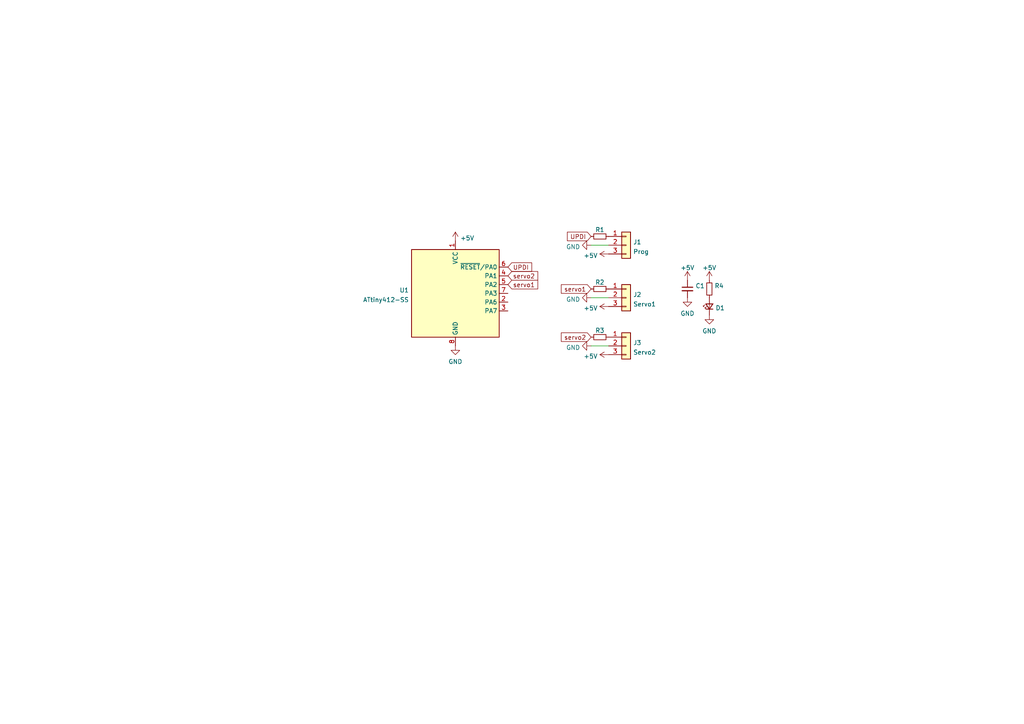
<source format=kicad_sch>
(kicad_sch (version 20210621) (generator eeschema)

  (uuid 6448e774-6f8c-4ce3-9d55-0aa29c440d33)

  (paper "A4")

  (lib_symbols
    (symbol "Connector_Generic:Conn_01x03" (pin_names (offset 1.016) hide) (in_bom yes) (on_board yes)
      (property "Reference" "J" (id 0) (at 0 5.08 0)
        (effects (font (size 1.27 1.27)))
      )
      (property "Value" "Conn_01x03" (id 1) (at 0 -5.08 0)
        (effects (font (size 1.27 1.27)))
      )
      (property "Footprint" "" (id 2) (at 0 0 0)
        (effects (font (size 1.27 1.27)) hide)
      )
      (property "Datasheet" "~" (id 3) (at 0 0 0)
        (effects (font (size 1.27 1.27)) hide)
      )
      (property "ki_keywords" "connector" (id 4) (at 0 0 0)
        (effects (font (size 1.27 1.27)) hide)
      )
      (property "ki_description" "Generic connector, single row, 01x03, script generated (kicad-library-utils/schlib/autogen/connector/)" (id 5) (at 0 0 0)
        (effects (font (size 1.27 1.27)) hide)
      )
      (property "ki_fp_filters" "Connector*:*_1x??_*" (id 6) (at 0 0 0)
        (effects (font (size 1.27 1.27)) hide)
      )
      (symbol "Conn_01x03_1_1"
        (rectangle (start -1.27 -2.413) (end 0 -2.667)
          (stroke (width 0.1524) (type default) (color 0 0 0 0))
          (fill (type none))
        )
        (rectangle (start -1.27 0.127) (end 0 -0.127)
          (stroke (width 0.1524) (type default) (color 0 0 0 0))
          (fill (type none))
        )
        (rectangle (start -1.27 2.667) (end 0 2.413)
          (stroke (width 0.1524) (type default) (color 0 0 0 0))
          (fill (type none))
        )
        (rectangle (start -1.27 3.81) (end 1.27 -3.81)
          (stroke (width 0.254) (type default) (color 0 0 0 0))
          (fill (type background))
        )
        (pin passive line (at -5.08 2.54 0) (length 3.81)
          (name "Pin_1" (effects (font (size 1.27 1.27))))
          (number "1" (effects (font (size 1.27 1.27))))
        )
        (pin passive line (at -5.08 0 0) (length 3.81)
          (name "Pin_2" (effects (font (size 1.27 1.27))))
          (number "2" (effects (font (size 1.27 1.27))))
        )
        (pin passive line (at -5.08 -2.54 0) (length 3.81)
          (name "Pin_3" (effects (font (size 1.27 1.27))))
          (number "3" (effects (font (size 1.27 1.27))))
        )
      )
    )
    (symbol "Device:C_Small" (pin_numbers hide) (pin_names (offset 0.254) hide) (in_bom yes) (on_board yes)
      (property "Reference" "C" (id 0) (at 0.254 1.778 0)
        (effects (font (size 1.27 1.27)) (justify left))
      )
      (property "Value" "C_Small" (id 1) (at 0.254 -2.032 0)
        (effects (font (size 1.27 1.27)) (justify left))
      )
      (property "Footprint" "" (id 2) (at 0 0 0)
        (effects (font (size 1.27 1.27)) hide)
      )
      (property "Datasheet" "~" (id 3) (at 0 0 0)
        (effects (font (size 1.27 1.27)) hide)
      )
      (property "ki_keywords" "capacitor cap" (id 4) (at 0 0 0)
        (effects (font (size 1.27 1.27)) hide)
      )
      (property "ki_description" "Unpolarized capacitor, small symbol" (id 5) (at 0 0 0)
        (effects (font (size 1.27 1.27)) hide)
      )
      (property "ki_fp_filters" "C_*" (id 6) (at 0 0 0)
        (effects (font (size 1.27 1.27)) hide)
      )
      (symbol "C_Small_0_1"
        (polyline
          (pts
            (xy -1.524 -0.508)
            (xy 1.524 -0.508)
          )
          (stroke (width 0.3302) (type default) (color 0 0 0 0))
          (fill (type none))
        )
        (polyline
          (pts
            (xy -1.524 0.508)
            (xy 1.524 0.508)
          )
          (stroke (width 0.3048) (type default) (color 0 0 0 0))
          (fill (type none))
        )
      )
      (symbol "C_Small_1_1"
        (pin passive line (at 0 2.54 270) (length 2.032)
          (name "~" (effects (font (size 1.27 1.27))))
          (number "1" (effects (font (size 1.27 1.27))))
        )
        (pin passive line (at 0 -2.54 90) (length 2.032)
          (name "~" (effects (font (size 1.27 1.27))))
          (number "2" (effects (font (size 1.27 1.27))))
        )
      )
    )
    (symbol "Device:LED_Small" (pin_numbers hide) (pin_names (offset 0.254) hide) (in_bom yes) (on_board yes)
      (property "Reference" "D" (id 0) (at -1.27 3.175 0)
        (effects (font (size 1.27 1.27)) (justify left))
      )
      (property "Value" "LED_Small" (id 1) (at -4.445 -2.54 0)
        (effects (font (size 1.27 1.27)) (justify left))
      )
      (property "Footprint" "" (id 2) (at 0 0 90)
        (effects (font (size 1.27 1.27)) hide)
      )
      (property "Datasheet" "~" (id 3) (at 0 0 90)
        (effects (font (size 1.27 1.27)) hide)
      )
      (property "ki_keywords" "LED diode light-emitting-diode" (id 4) (at 0 0 0)
        (effects (font (size 1.27 1.27)) hide)
      )
      (property "ki_description" "Light emitting diode, small symbol" (id 5) (at 0 0 0)
        (effects (font (size 1.27 1.27)) hide)
      )
      (property "ki_fp_filters" "LED* LED_SMD:* LED_THT:*" (id 6) (at 0 0 0)
        (effects (font (size 1.27 1.27)) hide)
      )
      (symbol "LED_Small_0_1"
        (polyline
          (pts
            (xy -0.762 -1.016)
            (xy -0.762 1.016)
          )
          (stroke (width 0.254) (type default) (color 0 0 0 0))
          (fill (type none))
        )
        (polyline
          (pts
            (xy 1.016 0)
            (xy -0.762 0)
          )
          (stroke (width 0) (type default) (color 0 0 0 0))
          (fill (type none))
        )
        (polyline
          (pts
            (xy 0.762 -1.016)
            (xy -0.762 0)
            (xy 0.762 1.016)
            (xy 0.762 -1.016)
          )
          (stroke (width 0.254) (type default) (color 0 0 0 0))
          (fill (type none))
        )
        (polyline
          (pts
            (xy 0 0.762)
            (xy -0.508 1.27)
            (xy -0.254 1.27)
            (xy -0.508 1.27)
            (xy -0.508 1.016)
          )
          (stroke (width 0) (type default) (color 0 0 0 0))
          (fill (type none))
        )
        (polyline
          (pts
            (xy 0.508 1.27)
            (xy 0 1.778)
            (xy 0.254 1.778)
            (xy 0 1.778)
            (xy 0 1.524)
          )
          (stroke (width 0) (type default) (color 0 0 0 0))
          (fill (type none))
        )
      )
      (symbol "LED_Small_1_1"
        (pin passive line (at -2.54 0 0) (length 1.778)
          (name "K" (effects (font (size 1.27 1.27))))
          (number "1" (effects (font (size 1.27 1.27))))
        )
        (pin passive line (at 2.54 0 180) (length 1.778)
          (name "A" (effects (font (size 1.27 1.27))))
          (number "2" (effects (font (size 1.27 1.27))))
        )
      )
    )
    (symbol "Device:R_Small" (pin_numbers hide) (pin_names (offset 0.254) hide) (in_bom yes) (on_board yes)
      (property "Reference" "R" (id 0) (at 0.762 0.508 0)
        (effects (font (size 1.27 1.27)) (justify left))
      )
      (property "Value" "R_Small" (id 1) (at 0.762 -1.016 0)
        (effects (font (size 1.27 1.27)) (justify left))
      )
      (property "Footprint" "" (id 2) (at 0 0 0)
        (effects (font (size 1.27 1.27)) hide)
      )
      (property "Datasheet" "~" (id 3) (at 0 0 0)
        (effects (font (size 1.27 1.27)) hide)
      )
      (property "ki_keywords" "R resistor" (id 4) (at 0 0 0)
        (effects (font (size 1.27 1.27)) hide)
      )
      (property "ki_description" "Resistor, small symbol" (id 5) (at 0 0 0)
        (effects (font (size 1.27 1.27)) hide)
      )
      (property "ki_fp_filters" "R_*" (id 6) (at 0 0 0)
        (effects (font (size 1.27 1.27)) hide)
      )
      (symbol "R_Small_0_1"
        (rectangle (start -0.762 1.778) (end 0.762 -1.778)
          (stroke (width 0.2032) (type default) (color 0 0 0 0))
          (fill (type none))
        )
      )
      (symbol "R_Small_1_1"
        (pin passive line (at 0 2.54 270) (length 0.762)
          (name "~" (effects (font (size 1.27 1.27))))
          (number "1" (effects (font (size 1.27 1.27))))
        )
        (pin passive line (at 0 -2.54 90) (length 0.762)
          (name "~" (effects (font (size 1.27 1.27))))
          (number "2" (effects (font (size 1.27 1.27))))
        )
      )
    )
    (symbol "MCU_Microchip_ATtiny:ATtiny412-SS" (in_bom yes) (on_board yes)
      (property "Reference" "U" (id 0) (at -12.7 13.97 0)
        (effects (font (size 1.27 1.27)) (justify left bottom))
      )
      (property "Value" "ATtiny412-SS" (id 1) (at 2.54 -13.97 0)
        (effects (font (size 1.27 1.27)) (justify left top))
      )
      (property "Footprint" "Package_SO:SOIC-8_3.9x4.9mm_P1.27mm" (id 2) (at 0 0 0)
        (effects (font (size 1.27 1.27) italic) hide)
      )
      (property "Datasheet" "http://ww1.microchip.com/downloads/en/DeviceDoc/40001911A.pdf" (id 3) (at 0 0 0)
        (effects (font (size 1.27 1.27)) hide)
      )
      (property "ki_keywords" "AVR 8bit Microcontroller tinyAVR" (id 4) (at 0 0 0)
        (effects (font (size 1.27 1.27)) hide)
      )
      (property "ki_description" "20MHz, 4kB Flash, 256B SRAM, 128B EEPROM, SOIC-8" (id 5) (at 0 0 0)
        (effects (font (size 1.27 1.27)) hide)
      )
      (property "ki_fp_filters" "SOIC*3.9x4.9mm*P1.27mm*" (id 6) (at 0 0 0)
        (effects (font (size 1.27 1.27)) hide)
      )
      (symbol "ATtiny412-SS_0_1"
        (rectangle (start -12.7 -12.7) (end 12.7 12.7)
          (stroke (width 0.254) (type default) (color 0 0 0 0))
          (fill (type background))
        )
      )
      (symbol "ATtiny412-SS_1_1"
        (pin power_in line (at 0 15.24 270) (length 2.54)
          (name "VCC" (effects (font (size 1.27 1.27))))
          (number "1" (effects (font (size 1.27 1.27))))
        )
        (pin bidirectional line (at 15.24 -2.54 180) (length 2.54)
          (name "PA6" (effects (font (size 1.27 1.27))))
          (number "2" (effects (font (size 1.27 1.27))))
        )
        (pin bidirectional line (at 15.24 -5.08 180) (length 2.54)
          (name "PA7" (effects (font (size 1.27 1.27))))
          (number "3" (effects (font (size 1.27 1.27))))
        )
        (pin bidirectional line (at 15.24 5.08 180) (length 2.54)
          (name "PA1" (effects (font (size 1.27 1.27))))
          (number "4" (effects (font (size 1.27 1.27))))
        )
        (pin bidirectional line (at 15.24 2.54 180) (length 2.54)
          (name "PA2" (effects (font (size 1.27 1.27))))
          (number "5" (effects (font (size 1.27 1.27))))
        )
        (pin bidirectional line (at 15.24 7.62 180) (length 2.54)
          (name "~{RESET}/PA0" (effects (font (size 1.27 1.27))))
          (number "6" (effects (font (size 1.27 1.27))))
        )
        (pin bidirectional line (at 15.24 0 180) (length 2.54)
          (name "PA3" (effects (font (size 1.27 1.27))))
          (number "7" (effects (font (size 1.27 1.27))))
        )
        (pin power_in line (at 0 -15.24 90) (length 2.54)
          (name "GND" (effects (font (size 1.27 1.27))))
          (number "8" (effects (font (size 1.27 1.27))))
        )
      )
    )
    (symbol "power:+5V" (power) (pin_names (offset 0)) (in_bom yes) (on_board yes)
      (property "Reference" "#PWR" (id 0) (at 0 -3.81 0)
        (effects (font (size 1.27 1.27)) hide)
      )
      (property "Value" "+5V" (id 1) (at 0 3.556 0)
        (effects (font (size 1.27 1.27)))
      )
      (property "Footprint" "" (id 2) (at 0 0 0)
        (effects (font (size 1.27 1.27)) hide)
      )
      (property "Datasheet" "" (id 3) (at 0 0 0)
        (effects (font (size 1.27 1.27)) hide)
      )
      (property "ki_keywords" "power-flag" (id 4) (at 0 0 0)
        (effects (font (size 1.27 1.27)) hide)
      )
      (property "ki_description" "Power symbol creates a global label with name \"+5V\"" (id 5) (at 0 0 0)
        (effects (font (size 1.27 1.27)) hide)
      )
      (symbol "+5V_0_1"
        (polyline
          (pts
            (xy -0.762 1.27)
            (xy 0 2.54)
          )
          (stroke (width 0) (type default) (color 0 0 0 0))
          (fill (type none))
        )
        (polyline
          (pts
            (xy 0 0)
            (xy 0 2.54)
          )
          (stroke (width 0) (type default) (color 0 0 0 0))
          (fill (type none))
        )
        (polyline
          (pts
            (xy 0 2.54)
            (xy 0.762 1.27)
          )
          (stroke (width 0) (type default) (color 0 0 0 0))
          (fill (type none))
        )
      )
      (symbol "+5V_1_1"
        (pin power_in line (at 0 0 90) (length 0) hide
          (name "+5V" (effects (font (size 1.27 1.27))))
          (number "1" (effects (font (size 1.27 1.27))))
        )
      )
    )
    (symbol "power:GND" (power) (pin_names (offset 0)) (in_bom yes) (on_board yes)
      (property "Reference" "#PWR" (id 0) (at 0 -6.35 0)
        (effects (font (size 1.27 1.27)) hide)
      )
      (property "Value" "GND" (id 1) (at 0 -3.81 0)
        (effects (font (size 1.27 1.27)))
      )
      (property "Footprint" "" (id 2) (at 0 0 0)
        (effects (font (size 1.27 1.27)) hide)
      )
      (property "Datasheet" "" (id 3) (at 0 0 0)
        (effects (font (size 1.27 1.27)) hide)
      )
      (property "ki_keywords" "power-flag" (id 4) (at 0 0 0)
        (effects (font (size 1.27 1.27)) hide)
      )
      (property "ki_description" "Power symbol creates a global label with name \"GND\" , ground" (id 5) (at 0 0 0)
        (effects (font (size 1.27 1.27)) hide)
      )
      (symbol "GND_0_1"
        (polyline
          (pts
            (xy 0 0)
            (xy 0 -1.27)
            (xy 1.27 -1.27)
            (xy 0 -2.54)
            (xy -1.27 -1.27)
            (xy 0 -1.27)
          )
          (stroke (width 0) (type default) (color 0 0 0 0))
          (fill (type none))
        )
      )
      (symbol "GND_1_1"
        (pin power_in line (at 0 0 270) (length 0) hide
          (name "GND" (effects (font (size 1.27 1.27))))
          (number "1" (effects (font (size 1.27 1.27))))
        )
      )
    )
  )


  (wire (pts (xy 171.45 100.33) (xy 176.53 100.33))
    (stroke (width 0) (type default) (color 0 0 0 0))
    (uuid 6089ecc6-220e-4b03-a301-5ea09e58d267)
  )
  (wire (pts (xy 171.45 86.36) (xy 176.53 86.36))
    (stroke (width 0) (type default) (color 0 0 0 0))
    (uuid 6119ddd7-2234-45ba-bb13-f27e2550cd2b)
  )
  (wire (pts (xy 171.45 71.12) (xy 176.53 71.12))
    (stroke (width 0) (type default) (color 0 0 0 0))
    (uuid 95db78a6-cc33-402d-bc5a-0d69929acf0f)
  )

  (global_label "UPDI" (shape input) (at 147.32 77.47 0) (fields_autoplaced)
    (effects (font (size 1.27 1.27)) (justify left))
    (uuid 30fafebc-ef12-47b3-9254-a9a01100ccbd)
    (property "Intersheet References" "${INTERSHEET_REFS}" (id 0) (at 154.2083 77.5494 0)
      (effects (font (size 1.27 1.27)) (justify left) hide)
    )
  )
  (global_label "servo2" (shape input) (at 171.45 97.79 180) (fields_autoplaced)
    (effects (font (size 1.27 1.27)) (justify right))
    (uuid 3d099161-17c8-4c31-91ba-be9c92502d3b)
    (property "Intersheet References" "${INTERSHEET_REFS}" (id 0) (at 162.8079 97.7106 0)
      (effects (font (size 1.27 1.27)) (justify right) hide)
    )
  )
  (global_label "servo1" (shape input) (at 171.45 83.82 180) (fields_autoplaced)
    (effects (font (size 1.27 1.27)) (justify right))
    (uuid 58d88caa-8db0-46ad-8215-abd22ef67204)
    (property "Intersheet References" "${INTERSHEET_REFS}" (id 0) (at 162.8079 83.7406 0)
      (effects (font (size 1.27 1.27)) (justify right) hide)
    )
  )
  (global_label "servo1" (shape input) (at 147.32 82.55 0) (fields_autoplaced)
    (effects (font (size 1.27 1.27)) (justify left))
    (uuid a0447e17-cca6-4ddb-87a0-d52df4f712ce)
    (property "Intersheet References" "${INTERSHEET_REFS}" (id 0) (at 155.9621 82.6294 0)
      (effects (font (size 1.27 1.27)) (justify left) hide)
    )
  )
  (global_label "UPDI" (shape input) (at 171.45 68.58 180) (fields_autoplaced)
    (effects (font (size 1.27 1.27)) (justify right))
    (uuid c2f8e667-9420-46a7-95ed-3615b0b3b40d)
    (property "Intersheet References" "${INTERSHEET_REFS}" (id 0) (at 164.5617 68.5006 0)
      (effects (font (size 1.27 1.27)) (justify right) hide)
    )
  )
  (global_label "servo2" (shape input) (at 147.32 80.01 0) (fields_autoplaced)
    (effects (font (size 1.27 1.27)) (justify left))
    (uuid f3622d4b-788a-4620-9401-4c0bb0698839)
    (property "Intersheet References" "${INTERSHEET_REFS}" (id 0) (at 155.9621 80.0894 0)
      (effects (font (size 1.27 1.27)) (justify left) hide)
    )
  )

  (symbol (lib_id "Connector_Generic:Conn_01x03") (at 181.61 100.33 0) (unit 1)
    (in_bom yes) (on_board yes) (fields_autoplaced)
    (uuid 075ea0e1-1f74-4229-8166-b256394e75de)
    (property "Reference" "J3" (id 0) (at 183.642 99.4215 0)
      (effects (font (size 1.27 1.27)) (justify left))
    )
    (property "Value" "Servo2" (id 1) (at 183.642 102.1966 0)
      (effects (font (size 1.27 1.27)) (justify left))
    )
    (property "Footprint" "BarbaLib:PinHeader_1x03_22.54mm_Horizontal_SMD_Line" (id 2) (at 181.61 100.33 0)
      (effects (font (size 1.27 1.27)) hide)
    )
    (property "Datasheet" "~" (id 3) (at 181.61 100.33 0)
      (effects (font (size 1.27 1.27)) hide)
    )
    (pin "1" (uuid 5f4c3c41-7e1d-4ad9-b163-5eef1024fa5d))
    (pin "2" (uuid c4950938-7344-4e9d-b00a-235e930597d8))
    (pin "3" (uuid f4ddf47d-a83b-4f9b-929c-f65a6f01ba3e))
  )

  (symbol (lib_id "power:+5V") (at 176.53 88.9 90) (unit 1)
    (in_bom yes) (on_board yes) (fields_autoplaced)
    (uuid 1048a8ce-e390-48a5-8029-aa4cd721f0ed)
    (property "Reference" "#PWR0110" (id 0) (at 180.34 88.9 0)
      (effects (font (size 1.27 1.27)) hide)
    )
    (property "Value" "+5V" (id 1) (at 173.3551 89.379 90)
      (effects (font (size 1.27 1.27)) (justify left))
    )
    (property "Footprint" "" (id 2) (at 176.53 88.9 0)
      (effects (font (size 1.27 1.27)) hide)
    )
    (property "Datasheet" "" (id 3) (at 176.53 88.9 0)
      (effects (font (size 1.27 1.27)) hide)
    )
    (pin "1" (uuid 8c61960c-52a1-43a5-a2f0-0892353b577c))
  )

  (symbol (lib_id "power:+5V") (at 199.39 81.28 0) (unit 1)
    (in_bom yes) (on_board yes) (fields_autoplaced)
    (uuid 12f757e0-d7ff-489c-b127-2df3b9127288)
    (property "Reference" "#PWR0105" (id 0) (at 199.39 85.09 0)
      (effects (font (size 1.27 1.27)) hide)
    )
    (property "Value" "+5V" (id 1) (at 199.39 77.6755 0))
    (property "Footprint" "" (id 2) (at 199.39 81.28 0)
      (effects (font (size 1.27 1.27)) hide)
    )
    (property "Datasheet" "" (id 3) (at 199.39 81.28 0)
      (effects (font (size 1.27 1.27)) hide)
    )
    (pin "1" (uuid c4896bd9-0537-42ba-9b66-c0c1453805b8))
  )

  (symbol (lib_id "Device:LED_Small") (at 205.74 88.9 90) (unit 1)
    (in_bom yes) (on_board yes) (fields_autoplaced)
    (uuid 49d29ef4-d954-435e-80fa-6641511fd868)
    (property "Reference" "D1" (id 0) (at 207.518 89.3155 90)
      (effects (font (size 1.27 1.27)) (justify right))
    )
    (property "Value" "LED_Small" (id 1) (at 202.8976 88.8365 0)
      (effects (font (size 1.27 1.27)) hide)
    )
    (property "Footprint" "LED_SMD:LED_1210_3225Metric_Pad1.42x2.65mm_HandSolder" (id 2) (at 205.74 88.9 90)
      (effects (font (size 1.27 1.27)) hide)
    )
    (property "Datasheet" "~" (id 3) (at 205.74 88.9 90)
      (effects (font (size 1.27 1.27)) hide)
    )
    (pin "1" (uuid 5c57915a-3a4d-4649-8f85-698d64564e55))
    (pin "2" (uuid 8397d360-6918-4bd5-aa7d-341283129ba8))
  )

  (symbol (lib_id "power:GND") (at 171.45 100.33 270) (unit 1)
    (in_bom yes) (on_board yes) (fields_autoplaced)
    (uuid 51035ba1-ef83-49e7-8e87-1cd96aa6c2f5)
    (property "Reference" "#PWR?" (id 0) (at 165.1 100.33 0)
      (effects (font (size 1.27 1.27)) hide)
    )
    (property "Value" "GND" (id 1) (at 168.2751 100.809 90)
      (effects (font (size 1.27 1.27)) (justify right))
    )
    (property "Footprint" "" (id 2) (at 171.45 100.33 0)
      (effects (font (size 1.27 1.27)) hide)
    )
    (property "Datasheet" "" (id 3) (at 171.45 100.33 0)
      (effects (font (size 1.27 1.27)) hide)
    )
    (pin "1" (uuid cb06b68b-8c56-4cde-beb5-58fbfc1b80a2))
  )

  (symbol (lib_id "power:+5V") (at 205.74 81.28 0) (unit 1)
    (in_bom yes) (on_board yes) (fields_autoplaced)
    (uuid 5a0bcbef-ca5e-4c16-82aa-b50c6814480f)
    (property "Reference" "#PWR0107" (id 0) (at 205.74 85.09 0)
      (effects (font (size 1.27 1.27)) hide)
    )
    (property "Value" "+5V" (id 1) (at 205.74 77.6755 0))
    (property "Footprint" "" (id 2) (at 205.74 81.28 0)
      (effects (font (size 1.27 1.27)) hide)
    )
    (property "Datasheet" "" (id 3) (at 205.74 81.28 0)
      (effects (font (size 1.27 1.27)) hide)
    )
    (pin "1" (uuid cde19d5d-8479-4293-af4c-f64c55023f7b))
  )

  (symbol (lib_id "power:+5V") (at 176.53 73.66 90) (unit 1)
    (in_bom yes) (on_board yes) (fields_autoplaced)
    (uuid 5a81b285-88e9-45bb-83ac-6b327cd6dd41)
    (property "Reference" "#PWR0103" (id 0) (at 180.34 73.66 0)
      (effects (font (size 1.27 1.27)) hide)
    )
    (property "Value" "+5V" (id 1) (at 173.3551 74.139 90)
      (effects (font (size 1.27 1.27)) (justify left))
    )
    (property "Footprint" "" (id 2) (at 176.53 73.66 0)
      (effects (font (size 1.27 1.27)) hide)
    )
    (property "Datasheet" "" (id 3) (at 176.53 73.66 0)
      (effects (font (size 1.27 1.27)) hide)
    )
    (pin "1" (uuid 829e47da-1022-4f16-8c83-262aa0b357cf))
  )

  (symbol (lib_id "power:GND") (at 199.39 86.36 0) (unit 1)
    (in_bom yes) (on_board yes) (fields_autoplaced)
    (uuid 5c0f4d6f-bbd9-4c07-8462-14cce641e8e4)
    (property "Reference" "#PWR0104" (id 0) (at 199.39 92.71 0)
      (effects (font (size 1.27 1.27)) hide)
    )
    (property "Value" "GND" (id 1) (at 199.39 90.9225 0))
    (property "Footprint" "" (id 2) (at 199.39 86.36 0)
      (effects (font (size 1.27 1.27)) hide)
    )
    (property "Datasheet" "" (id 3) (at 199.39 86.36 0)
      (effects (font (size 1.27 1.27)) hide)
    )
    (pin "1" (uuid 58146213-ee3f-4eef-aada-15464a8cac77))
  )

  (symbol (lib_id "Device:R_Small") (at 173.99 83.82 90) (unit 1)
    (in_bom yes) (on_board yes) (fields_autoplaced)
    (uuid 5da23b81-30fa-4a11-96f4-4425399bdd7c)
    (property "Reference" "R2" (id 0) (at 173.99 81.8919 90))
    (property "Value" "R_Small" (id 1) (at 175.8566 82.3214 0)
      (effects (font (size 1.27 1.27)) (justify left) hide)
    )
    (property "Footprint" "Resistor_SMD:R_1206_3216Metric_Pad1.30x1.75mm_HandSolder" (id 2) (at 173.99 83.82 0)
      (effects (font (size 1.27 1.27)) hide)
    )
    (property "Datasheet" "~" (id 3) (at 173.99 83.82 0)
      (effects (font (size 1.27 1.27)) hide)
    )
    (pin "1" (uuid 47459fa8-f711-4638-b91c-79fd6590dd8f))
    (pin "2" (uuid 032ac095-eab4-4206-8f8f-f236222bf9f7))
  )

  (symbol (lib_id "power:GND") (at 171.45 86.36 270) (unit 1)
    (in_bom yes) (on_board yes) (fields_autoplaced)
    (uuid 60d78479-ce98-4233-9080-8b917a07cf6d)
    (property "Reference" "#PWR0108" (id 0) (at 165.1 86.36 0)
      (effects (font (size 1.27 1.27)) hide)
    )
    (property "Value" "GND" (id 1) (at 168.2751 86.839 90)
      (effects (font (size 1.27 1.27)) (justify right))
    )
    (property "Footprint" "" (id 2) (at 171.45 86.36 0)
      (effects (font (size 1.27 1.27)) hide)
    )
    (property "Datasheet" "" (id 3) (at 171.45 86.36 0)
      (effects (font (size 1.27 1.27)) hide)
    )
    (pin "1" (uuid 3a3a7d47-1d0a-4383-a0d2-9101ddedee2d))
  )

  (symbol (lib_id "Connector_Generic:Conn_01x03") (at 181.61 71.12 0) (unit 1)
    (in_bom yes) (on_board yes) (fields_autoplaced)
    (uuid 69c00b2d-8a5d-4e34-82d3-7fb1aa97402b)
    (property "Reference" "J1" (id 0) (at 183.642 70.2115 0)
      (effects (font (size 1.27 1.27)) (justify left))
    )
    (property "Value" "Prog" (id 1) (at 183.642 72.9866 0)
      (effects (font (size 1.27 1.27)) (justify left))
    )
    (property "Footprint" "BarbaLib:PinHeader_1x03_22.54mm_Horizontal_SMD_Line" (id 2) (at 181.61 71.12 0)
      (effects (font (size 1.27 1.27)) hide)
    )
    (property "Datasheet" "~" (id 3) (at 181.61 71.12 0)
      (effects (font (size 1.27 1.27)) hide)
    )
    (pin "1" (uuid 8c2e5432-43c9-47e5-bbd2-77a6612eb13a))
    (pin "2" (uuid f21f790f-fb8e-430f-a3dc-5b8d7a125d0e))
    (pin "3" (uuid ad7b0fe6-e6f0-4cff-be55-c433b4fb9830))
  )

  (symbol (lib_id "MCU_Microchip_ATtiny:ATtiny412-SS") (at 132.08 85.09 0) (unit 1)
    (in_bom yes) (on_board yes) (fields_autoplaced)
    (uuid 69d4e425-57a0-4517-b5df-a2c4e5ed8662)
    (property "Reference" "U1" (id 0) (at 118.6181 84.1815 0)
      (effects (font (size 1.27 1.27)) (justify right))
    )
    (property "Value" "ATtiny412-SS" (id 1) (at 118.6181 86.9566 0)
      (effects (font (size 1.27 1.27)) (justify right))
    )
    (property "Footprint" "Package_SO:SOIC-8_3.9x4.9mm_P1.27mm" (id 2) (at 132.08 85.09 0)
      (effects (font (size 1.27 1.27) italic) hide)
    )
    (property "Datasheet" "http://ww1.microchip.com/downloads/en/DeviceDoc/40001911A.pdf" (id 3) (at 132.08 85.09 0)
      (effects (font (size 1.27 1.27)) hide)
    )
    (pin "1" (uuid 1febe657-c2b6-49e4-b09d-074887d0b154))
    (pin "2" (uuid 30394146-8570-430c-92b8-00ca2657a65b))
    (pin "3" (uuid e541183a-4305-4c5b-9694-f8abfbaadc5f))
    (pin "4" (uuid f34d914e-bb8e-43d3-9cbe-d791d30b1e86))
    (pin "5" (uuid 74eacf37-713b-40bc-94e3-f3e4d5b76ddb))
    (pin "6" (uuid 6901cbd3-47d2-46f8-ae96-9db7028efd92))
    (pin "7" (uuid b6638829-878b-4379-b6e3-d510d3ed8984))
    (pin "8" (uuid 7e8834e1-a5be-4b1b-94cb-0d3ab252ccfd))
  )

  (symbol (lib_id "Device:C_Small") (at 199.39 83.82 0) (unit 1)
    (in_bom yes) (on_board yes) (fields_autoplaced)
    (uuid 7d4aedca-6118-4b75-a5df-87c9e8ae990b)
    (property "Reference" "C1" (id 0) (at 201.7141 82.9178 0)
      (effects (font (size 1.27 1.27)) (justify left))
    )
    (property "Value" "C_Small" (id 1) (at 201.7141 85.6929 0)
      (effects (font (size 1.27 1.27)) (justify left) hide)
    )
    (property "Footprint" "Capacitor_SMD:C_1206_3216Metric_Pad1.33x1.80mm_HandSolder" (id 2) (at 199.39 83.82 0)
      (effects (font (size 1.27 1.27)) hide)
    )
    (property "Datasheet" "~" (id 3) (at 199.39 83.82 0)
      (effects (font (size 1.27 1.27)) hide)
    )
    (pin "1" (uuid ecd07977-2a0b-47a2-a8ce-71c1b6bba002))
    (pin "2" (uuid c192d537-7bd8-4e8b-af0f-67d16ca213af))
  )

  (symbol (lib_id "Device:R_Small") (at 205.74 83.82 0) (unit 1)
    (in_bom yes) (on_board yes) (fields_autoplaced)
    (uuid 90b662d4-fd75-4dc8-ae27-f8fd64df2141)
    (property "Reference" "R4" (id 0) (at 207.2386 82.9115 0)
      (effects (font (size 1.27 1.27)) (justify left))
    )
    (property "Value" "R_Small" (id 1) (at 207.2386 85.6866 0)
      (effects (font (size 1.27 1.27)) (justify left) hide)
    )
    (property "Footprint" "Resistor_SMD:R_1206_3216Metric_Pad1.30x1.75mm_HandSolder" (id 2) (at 205.74 83.82 0)
      (effects (font (size 1.27 1.27)) hide)
    )
    (property "Datasheet" "~" (id 3) (at 205.74 83.82 0)
      (effects (font (size 1.27 1.27)) hide)
    )
    (pin "1" (uuid edc205a5-b55c-4248-b1e2-cba358102174))
    (pin "2" (uuid 83cb3c5c-09ae-4bb9-8e85-4bf8ec11b8d6))
  )

  (symbol (lib_id "Device:R_Small") (at 173.99 97.79 90) (unit 1)
    (in_bom yes) (on_board yes) (fields_autoplaced)
    (uuid a4f06185-95b2-4197-837a-c084e1cb4bb9)
    (property "Reference" "R3" (id 0) (at 173.99 95.8619 90))
    (property "Value" "R_Small" (id 1) (at 175.8566 96.2914 0)
      (effects (font (size 1.27 1.27)) (justify left) hide)
    )
    (property "Footprint" "Resistor_SMD:R_1206_3216Metric_Pad1.30x1.75mm_HandSolder" (id 2) (at 173.99 97.79 0)
      (effects (font (size 1.27 1.27)) hide)
    )
    (property "Datasheet" "~" (id 3) (at 173.99 97.79 0)
      (effects (font (size 1.27 1.27)) hide)
    )
    (pin "1" (uuid 24f0e3c9-61b4-46b8-88cb-970b58aa96a0))
    (pin "2" (uuid f6d8f2f5-34c1-41e7-9674-1a4b88e4ca3f))
  )

  (symbol (lib_id "power:GND") (at 171.45 71.12 270) (unit 1)
    (in_bom yes) (on_board yes) (fields_autoplaced)
    (uuid a50f6a4b-b9de-46f0-a5f0-96380e9e0bb7)
    (property "Reference" "#PWR0109" (id 0) (at 165.1 71.12 0)
      (effects (font (size 1.27 1.27)) hide)
    )
    (property "Value" "GND" (id 1) (at 168.2751 71.599 90)
      (effects (font (size 1.27 1.27)) (justify right))
    )
    (property "Footprint" "" (id 2) (at 171.45 71.12 0)
      (effects (font (size 1.27 1.27)) hide)
    )
    (property "Datasheet" "" (id 3) (at 171.45 71.12 0)
      (effects (font (size 1.27 1.27)) hide)
    )
    (pin "1" (uuid e13f9f21-b6d2-4194-bb09-b757c8fe2932))
  )

  (symbol (lib_id "power:+5V") (at 132.08 69.85 0) (unit 1)
    (in_bom yes) (on_board yes) (fields_autoplaced)
    (uuid a88d4b92-88ed-439a-ad60-28939a7fc98a)
    (property "Reference" "#PWR0102" (id 0) (at 132.08 73.66 0)
      (effects (font (size 1.27 1.27)) hide)
    )
    (property "Value" "+5V" (id 1) (at 133.477 69.059 0)
      (effects (font (size 1.27 1.27)) (justify left))
    )
    (property "Footprint" "" (id 2) (at 132.08 69.85 0)
      (effects (font (size 1.27 1.27)) hide)
    )
    (property "Datasheet" "" (id 3) (at 132.08 69.85 0)
      (effects (font (size 1.27 1.27)) hide)
    )
    (pin "1" (uuid c0210f60-1469-471c-b89a-521e5ab445fb))
  )

  (symbol (lib_id "power:+5V") (at 176.53 102.87 90) (unit 1)
    (in_bom yes) (on_board yes) (fields_autoplaced)
    (uuid b000327c-2713-4a83-ac90-aa44179424b3)
    (property "Reference" "#PWR?" (id 0) (at 180.34 102.87 0)
      (effects (font (size 1.27 1.27)) hide)
    )
    (property "Value" "+5V" (id 1) (at 173.3551 103.349 90)
      (effects (font (size 1.27 1.27)) (justify left))
    )
    (property "Footprint" "" (id 2) (at 176.53 102.87 0)
      (effects (font (size 1.27 1.27)) hide)
    )
    (property "Datasheet" "" (id 3) (at 176.53 102.87 0)
      (effects (font (size 1.27 1.27)) hide)
    )
    (pin "1" (uuid 56196676-4263-4a91-902a-0c8bee5f067b))
  )

  (symbol (lib_id "power:GND") (at 205.74 91.44 0) (unit 1)
    (in_bom yes) (on_board yes) (fields_autoplaced)
    (uuid b71e4a42-de3d-4ce3-a9a7-88f190b6058f)
    (property "Reference" "#PWR0106" (id 0) (at 205.74 97.79 0)
      (effects (font (size 1.27 1.27)) hide)
    )
    (property "Value" "GND" (id 1) (at 205.74 96.0025 0))
    (property "Footprint" "" (id 2) (at 205.74 91.44 0)
      (effects (font (size 1.27 1.27)) hide)
    )
    (property "Datasheet" "" (id 3) (at 205.74 91.44 0)
      (effects (font (size 1.27 1.27)) hide)
    )
    (pin "1" (uuid 0a77e8fa-f507-44b5-a52a-1d2a898db4cd))
  )

  (symbol (lib_id "power:GND") (at 132.08 100.33 0) (unit 1)
    (in_bom yes) (on_board yes) (fields_autoplaced)
    (uuid c38412c3-9d9b-405e-8858-cb0a71e20bcb)
    (property "Reference" "#PWR0101" (id 0) (at 132.08 106.68 0)
      (effects (font (size 1.27 1.27)) hide)
    )
    (property "Value" "GND" (id 1) (at 132.08 104.8925 0))
    (property "Footprint" "" (id 2) (at 132.08 100.33 0)
      (effects (font (size 1.27 1.27)) hide)
    )
    (property "Datasheet" "" (id 3) (at 132.08 100.33 0)
      (effects (font (size 1.27 1.27)) hide)
    )
    (pin "1" (uuid 35405b77-9aaf-47ca-9d42-8d5b523efbbf))
  )

  (symbol (lib_id "Connector_Generic:Conn_01x03") (at 181.61 86.36 0) (unit 1)
    (in_bom yes) (on_board yes) (fields_autoplaced)
    (uuid f67d328e-ec78-4790-bf99-55273cb5d68e)
    (property "Reference" "J2" (id 0) (at 183.642 85.4515 0)
      (effects (font (size 1.27 1.27)) (justify left))
    )
    (property "Value" "Servo1" (id 1) (at 183.642 88.2266 0)
      (effects (font (size 1.27 1.27)) (justify left))
    )
    (property "Footprint" "BarbaLib:PinHeader_1x03_22.54mm_Horizontal_SMD_Line" (id 2) (at 181.61 86.36 0)
      (effects (font (size 1.27 1.27)) hide)
    )
    (property "Datasheet" "~" (id 3) (at 181.61 86.36 0)
      (effects (font (size 1.27 1.27)) hide)
    )
    (pin "1" (uuid 006302ad-29bb-47dc-85ad-dac3f5030d7e))
    (pin "2" (uuid 218e93f6-b836-4e6b-85c8-e8326359a3e2))
    (pin "3" (uuid 85ceb413-915f-41e7-9e55-f91be24343da))
  )

  (symbol (lib_id "Device:R_Small") (at 173.99 68.58 90) (unit 1)
    (in_bom yes) (on_board yes) (fields_autoplaced)
    (uuid fe63a732-e530-446d-9e99-716a8c0f93c3)
    (property "Reference" "R1" (id 0) (at 173.99 66.6519 90))
    (property "Value" "R_Small" (id 1) (at 175.8566 67.0814 0)
      (effects (font (size 1.27 1.27)) (justify left) hide)
    )
    (property "Footprint" "Resistor_SMD:R_1206_3216Metric_Pad1.30x1.75mm_HandSolder" (id 2) (at 173.99 68.58 0)
      (effects (font (size 1.27 1.27)) hide)
    )
    (property "Datasheet" "~" (id 3) (at 173.99 68.58 0)
      (effects (font (size 1.27 1.27)) hide)
    )
    (pin "1" (uuid ce66105b-fc99-44f9-b11a-34a6adb0b640))
    (pin "2" (uuid 9510e18f-c7db-44e7-a382-4548b8738d74))
  )

  (sheet_instances
    (path "/" (page "1"))
  )

  (symbol_instances
    (path "/c38412c3-9d9b-405e-8858-cb0a71e20bcb"
      (reference "#PWR0101") (unit 1) (value "GND") (footprint "")
    )
    (path "/a88d4b92-88ed-439a-ad60-28939a7fc98a"
      (reference "#PWR0102") (unit 1) (value "+5V") (footprint "")
    )
    (path "/5a81b285-88e9-45bb-83ac-6b327cd6dd41"
      (reference "#PWR0103") (unit 1) (value "+5V") (footprint "")
    )
    (path "/5c0f4d6f-bbd9-4c07-8462-14cce641e8e4"
      (reference "#PWR0104") (unit 1) (value "GND") (footprint "")
    )
    (path "/12f757e0-d7ff-489c-b127-2df3b9127288"
      (reference "#PWR0105") (unit 1) (value "+5V") (footprint "")
    )
    (path "/b71e4a42-de3d-4ce3-a9a7-88f190b6058f"
      (reference "#PWR0106") (unit 1) (value "GND") (footprint "")
    )
    (path "/5a0bcbef-ca5e-4c16-82aa-b50c6814480f"
      (reference "#PWR0107") (unit 1) (value "+5V") (footprint "")
    )
    (path "/60d78479-ce98-4233-9080-8b917a07cf6d"
      (reference "#PWR0108") (unit 1) (value "GND") (footprint "")
    )
    (path "/a50f6a4b-b9de-46f0-a5f0-96380e9e0bb7"
      (reference "#PWR0109") (unit 1) (value "GND") (footprint "")
    )
    (path "/1048a8ce-e390-48a5-8029-aa4cd721f0ed"
      (reference "#PWR0110") (unit 1) (value "+5V") (footprint "")
    )
    (path "/51035ba1-ef83-49e7-8e87-1cd96aa6c2f5"
      (reference "#PWR?") (unit 1) (value "GND") (footprint "")
    )
    (path "/b000327c-2713-4a83-ac90-aa44179424b3"
      (reference "#PWR?") (unit 1) (value "+5V") (footprint "")
    )
    (path "/7d4aedca-6118-4b75-a5df-87c9e8ae990b"
      (reference "C1") (unit 1) (value "C_Small") (footprint "Capacitor_SMD:C_1206_3216Metric_Pad1.33x1.80mm_HandSolder")
    )
    (path "/49d29ef4-d954-435e-80fa-6641511fd868"
      (reference "D1") (unit 1) (value "LED_Small") (footprint "LED_SMD:LED_1210_3225Metric_Pad1.42x2.65mm_HandSolder")
    )
    (path "/69c00b2d-8a5d-4e34-82d3-7fb1aa97402b"
      (reference "J1") (unit 1) (value "Prog") (footprint "BarbaLib:PinHeader_1x03_22.54mm_Horizontal_SMD_Line")
    )
    (path "/f67d328e-ec78-4790-bf99-55273cb5d68e"
      (reference "J2") (unit 1) (value "Servo1") (footprint "BarbaLib:PinHeader_1x03_22.54mm_Horizontal_SMD_Line")
    )
    (path "/075ea0e1-1f74-4229-8166-b256394e75de"
      (reference "J3") (unit 1) (value "Servo2") (footprint "BarbaLib:PinHeader_1x03_22.54mm_Horizontal_SMD_Line")
    )
    (path "/fe63a732-e530-446d-9e99-716a8c0f93c3"
      (reference "R1") (unit 1) (value "R_Small") (footprint "Resistor_SMD:R_1206_3216Metric_Pad1.30x1.75mm_HandSolder")
    )
    (path "/5da23b81-30fa-4a11-96f4-4425399bdd7c"
      (reference "R2") (unit 1) (value "R_Small") (footprint "Resistor_SMD:R_1206_3216Metric_Pad1.30x1.75mm_HandSolder")
    )
    (path "/a4f06185-95b2-4197-837a-c084e1cb4bb9"
      (reference "R3") (unit 1) (value "R_Small") (footprint "Resistor_SMD:R_1206_3216Metric_Pad1.30x1.75mm_HandSolder")
    )
    (path "/90b662d4-fd75-4dc8-ae27-f8fd64df2141"
      (reference "R4") (unit 1) (value "R_Small") (footprint "Resistor_SMD:R_1206_3216Metric_Pad1.30x1.75mm_HandSolder")
    )
    (path "/69d4e425-57a0-4517-b5df-a2c4e5ed8662"
      (reference "U1") (unit 1) (value "ATtiny412-SS") (footprint "Package_SO:SOIC-8_3.9x4.9mm_P1.27mm")
    )
  )
)

</source>
